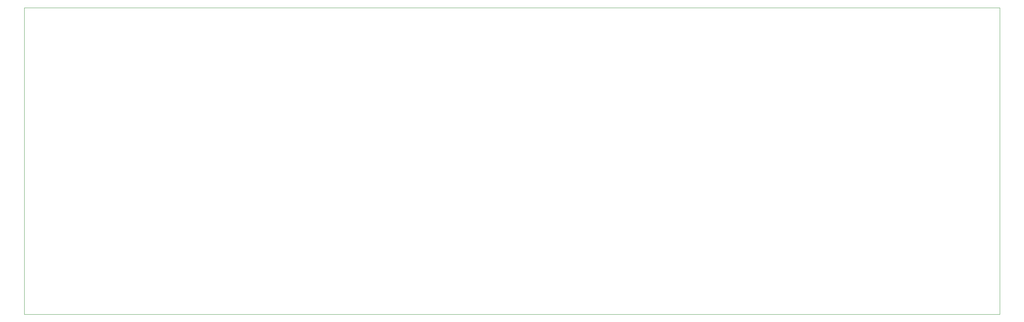
<source format=gbr>
%TF.GenerationSoftware,KiCad,Pcbnew,(5.1.6)-1*%
%TF.CreationDate,2020-09-13T21:52:23+02:00*%
%TF.ProjectId,boneIO - input board,626f6e65-494f-4202-9d20-696e70757420,rev?*%
%TF.SameCoordinates,Original*%
%TF.FileFunction,Profile,NP*%
%FSLAX46Y46*%
G04 Gerber Fmt 4.6, Leading zero omitted, Abs format (unit mm)*
G04 Created by KiCad (PCBNEW (5.1.6)-1) date 2020-09-13 21:52:24*
%MOMM*%
%LPD*%
G01*
G04 APERTURE LIST*
%TA.AperFunction,Profile*%
%ADD10C,0.002540*%
%TD*%
G04 APERTURE END LIST*
D10*
X26370100Y-96382400D02*
X261370100Y-96382400D01*
X261370100Y-96382400D02*
X261370100Y-22382400D01*
X26370100Y-22382400D02*
X261370100Y-22382400D01*
X26370100Y-22382400D02*
X26370100Y-96382400D01*
M02*

</source>
